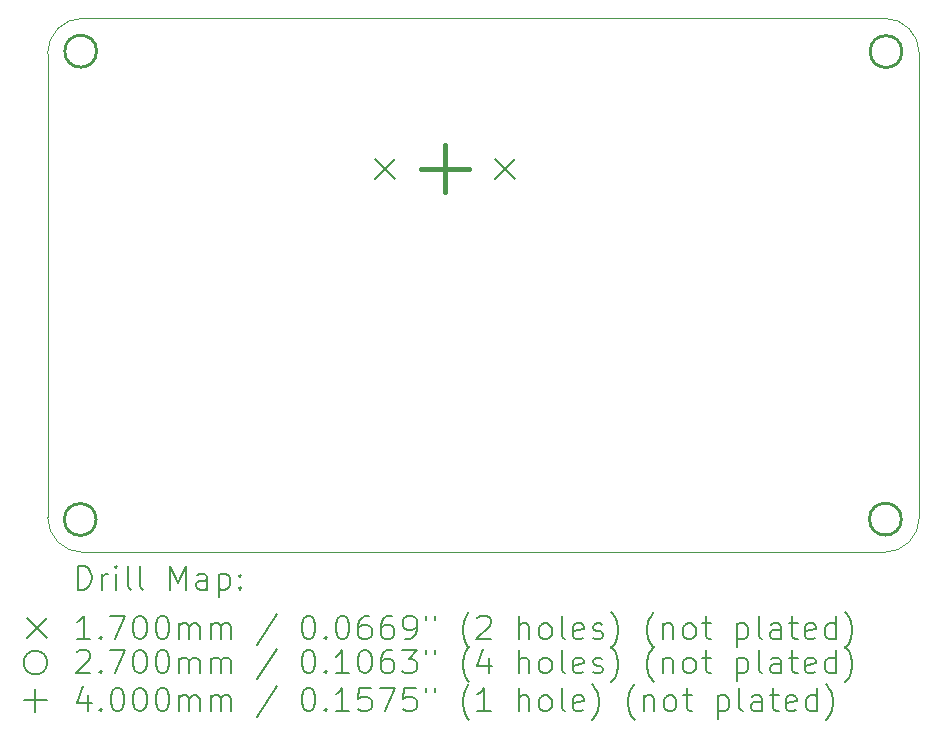
<source format=gbr>
%TF.GenerationSoftware,KiCad,Pcbnew,9.0.2*%
%TF.CreationDate,2025-07-02T04:02:19-04:00*%
%TF.ProjectId,PassPad_KiCAD,50617373-5061-4645-9f4b-694341442e6b,rev?*%
%TF.SameCoordinates,Original*%
%TF.FileFunction,Drillmap*%
%TF.FilePolarity,Positive*%
%FSLAX45Y45*%
G04 Gerber Fmt 4.5, Leading zero omitted, Abs format (unit mm)*
G04 Created by KiCad (PCBNEW 9.0.2) date 2025-07-02 04:02:19*
%MOMM*%
%LPD*%
G01*
G04 APERTURE LIST*
%ADD10C,0.050000*%
%ADD11C,0.200000*%
%ADD12C,0.170000*%
%ADD13C,0.270000*%
%ADD14C,0.400000*%
G04 APERTURE END LIST*
D10*
X9525000Y-7205625D02*
G75*
G02*
X9825000Y-6905620I300010J-5D01*
G01*
X9825000Y-11430000D02*
G75*
G02*
X9525000Y-11130000I0J300000D01*
G01*
X16906875Y-7205625D02*
X16906875Y-11130000D01*
X16606875Y-11430000D02*
X9825000Y-11430000D01*
X16606875Y-6905625D02*
G75*
G02*
X16906875Y-7205625I-5J-300005D01*
G01*
X9825000Y-6905625D02*
X16606875Y-6905625D01*
X9525000Y-11130000D02*
X9525000Y-7205625D01*
X16906875Y-11130000D02*
G75*
G02*
X16606875Y-11430005I-300005J0D01*
G01*
D11*
D12*
X12297345Y-8097103D02*
X12467345Y-8267103D01*
X12467345Y-8097103D02*
X12297345Y-8267103D01*
X13313345Y-8097103D02*
X13483345Y-8267103D01*
X13483345Y-8097103D02*
X13313345Y-8267103D01*
D13*
X9936765Y-11150721D02*
G75*
G02*
X9666765Y-11150721I-135000J0D01*
G01*
X9666765Y-11150721D02*
G75*
G02*
X9936765Y-11150721I135000J0D01*
G01*
X9940683Y-7185855D02*
G75*
G02*
X9670683Y-7185855I-135000J0D01*
G01*
X9670683Y-7185855D02*
G75*
G02*
X9940683Y-7185855I135000J0D01*
G01*
X16753686Y-11147577D02*
G75*
G02*
X16483686Y-11147577I-135000J0D01*
G01*
X16483686Y-11147577D02*
G75*
G02*
X16753686Y-11147577I135000J0D01*
G01*
X16759155Y-7188947D02*
G75*
G02*
X16489155Y-7188947I-135000J0D01*
G01*
X16489155Y-7188947D02*
G75*
G02*
X16759155Y-7188947I135000J0D01*
G01*
D14*
X12890345Y-7982103D02*
X12890345Y-8382103D01*
X12690345Y-8182103D02*
X13090345Y-8182103D01*
D11*
X9783277Y-11743984D02*
X9783277Y-11543984D01*
X9783277Y-11543984D02*
X9830896Y-11543984D01*
X9830896Y-11543984D02*
X9859467Y-11553508D01*
X9859467Y-11553508D02*
X9878515Y-11572555D01*
X9878515Y-11572555D02*
X9888039Y-11591603D01*
X9888039Y-11591603D02*
X9897563Y-11629698D01*
X9897563Y-11629698D02*
X9897563Y-11658269D01*
X9897563Y-11658269D02*
X9888039Y-11696365D01*
X9888039Y-11696365D02*
X9878515Y-11715412D01*
X9878515Y-11715412D02*
X9859467Y-11734460D01*
X9859467Y-11734460D02*
X9830896Y-11743984D01*
X9830896Y-11743984D02*
X9783277Y-11743984D01*
X9983277Y-11743984D02*
X9983277Y-11610650D01*
X9983277Y-11648746D02*
X9992801Y-11629698D01*
X9992801Y-11629698D02*
X10002324Y-11620174D01*
X10002324Y-11620174D02*
X10021372Y-11610650D01*
X10021372Y-11610650D02*
X10040420Y-11610650D01*
X10107086Y-11743984D02*
X10107086Y-11610650D01*
X10107086Y-11543984D02*
X10097563Y-11553508D01*
X10097563Y-11553508D02*
X10107086Y-11563031D01*
X10107086Y-11563031D02*
X10116610Y-11553508D01*
X10116610Y-11553508D02*
X10107086Y-11543984D01*
X10107086Y-11543984D02*
X10107086Y-11563031D01*
X10230896Y-11743984D02*
X10211848Y-11734460D01*
X10211848Y-11734460D02*
X10202324Y-11715412D01*
X10202324Y-11715412D02*
X10202324Y-11543984D01*
X10335658Y-11743984D02*
X10316610Y-11734460D01*
X10316610Y-11734460D02*
X10307086Y-11715412D01*
X10307086Y-11715412D02*
X10307086Y-11543984D01*
X10564229Y-11743984D02*
X10564229Y-11543984D01*
X10564229Y-11543984D02*
X10630896Y-11686841D01*
X10630896Y-11686841D02*
X10697563Y-11543984D01*
X10697563Y-11543984D02*
X10697563Y-11743984D01*
X10878515Y-11743984D02*
X10878515Y-11639222D01*
X10878515Y-11639222D02*
X10868991Y-11620174D01*
X10868991Y-11620174D02*
X10849944Y-11610650D01*
X10849944Y-11610650D02*
X10811848Y-11610650D01*
X10811848Y-11610650D02*
X10792801Y-11620174D01*
X10878515Y-11734460D02*
X10859467Y-11743984D01*
X10859467Y-11743984D02*
X10811848Y-11743984D01*
X10811848Y-11743984D02*
X10792801Y-11734460D01*
X10792801Y-11734460D02*
X10783277Y-11715412D01*
X10783277Y-11715412D02*
X10783277Y-11696365D01*
X10783277Y-11696365D02*
X10792801Y-11677317D01*
X10792801Y-11677317D02*
X10811848Y-11667793D01*
X10811848Y-11667793D02*
X10859467Y-11667793D01*
X10859467Y-11667793D02*
X10878515Y-11658269D01*
X10973753Y-11610650D02*
X10973753Y-11810650D01*
X10973753Y-11620174D02*
X10992801Y-11610650D01*
X10992801Y-11610650D02*
X11030896Y-11610650D01*
X11030896Y-11610650D02*
X11049944Y-11620174D01*
X11049944Y-11620174D02*
X11059467Y-11629698D01*
X11059467Y-11629698D02*
X11068991Y-11648746D01*
X11068991Y-11648746D02*
X11068991Y-11705888D01*
X11068991Y-11705888D02*
X11059467Y-11724936D01*
X11059467Y-11724936D02*
X11049944Y-11734460D01*
X11049944Y-11734460D02*
X11030896Y-11743984D01*
X11030896Y-11743984D02*
X10992801Y-11743984D01*
X10992801Y-11743984D02*
X10973753Y-11734460D01*
X11154705Y-11724936D02*
X11164229Y-11734460D01*
X11164229Y-11734460D02*
X11154705Y-11743984D01*
X11154705Y-11743984D02*
X11145182Y-11734460D01*
X11145182Y-11734460D02*
X11154705Y-11724936D01*
X11154705Y-11724936D02*
X11154705Y-11743984D01*
X11154705Y-11620174D02*
X11164229Y-11629698D01*
X11164229Y-11629698D02*
X11154705Y-11639222D01*
X11154705Y-11639222D02*
X11145182Y-11629698D01*
X11145182Y-11629698D02*
X11154705Y-11620174D01*
X11154705Y-11620174D02*
X11154705Y-11639222D01*
D12*
X9352500Y-11987500D02*
X9522500Y-12157500D01*
X9522500Y-11987500D02*
X9352500Y-12157500D01*
D11*
X9888039Y-12163984D02*
X9773753Y-12163984D01*
X9830896Y-12163984D02*
X9830896Y-11963984D01*
X9830896Y-11963984D02*
X9811848Y-11992555D01*
X9811848Y-11992555D02*
X9792801Y-12011603D01*
X9792801Y-12011603D02*
X9773753Y-12021127D01*
X9973753Y-12144936D02*
X9983277Y-12154460D01*
X9983277Y-12154460D02*
X9973753Y-12163984D01*
X9973753Y-12163984D02*
X9964229Y-12154460D01*
X9964229Y-12154460D02*
X9973753Y-12144936D01*
X9973753Y-12144936D02*
X9973753Y-12163984D01*
X10049944Y-11963984D02*
X10183277Y-11963984D01*
X10183277Y-11963984D02*
X10097563Y-12163984D01*
X10297563Y-11963984D02*
X10316610Y-11963984D01*
X10316610Y-11963984D02*
X10335658Y-11973508D01*
X10335658Y-11973508D02*
X10345182Y-11983031D01*
X10345182Y-11983031D02*
X10354705Y-12002079D01*
X10354705Y-12002079D02*
X10364229Y-12040174D01*
X10364229Y-12040174D02*
X10364229Y-12087793D01*
X10364229Y-12087793D02*
X10354705Y-12125888D01*
X10354705Y-12125888D02*
X10345182Y-12144936D01*
X10345182Y-12144936D02*
X10335658Y-12154460D01*
X10335658Y-12154460D02*
X10316610Y-12163984D01*
X10316610Y-12163984D02*
X10297563Y-12163984D01*
X10297563Y-12163984D02*
X10278515Y-12154460D01*
X10278515Y-12154460D02*
X10268991Y-12144936D01*
X10268991Y-12144936D02*
X10259467Y-12125888D01*
X10259467Y-12125888D02*
X10249944Y-12087793D01*
X10249944Y-12087793D02*
X10249944Y-12040174D01*
X10249944Y-12040174D02*
X10259467Y-12002079D01*
X10259467Y-12002079D02*
X10268991Y-11983031D01*
X10268991Y-11983031D02*
X10278515Y-11973508D01*
X10278515Y-11973508D02*
X10297563Y-11963984D01*
X10488039Y-11963984D02*
X10507086Y-11963984D01*
X10507086Y-11963984D02*
X10526134Y-11973508D01*
X10526134Y-11973508D02*
X10535658Y-11983031D01*
X10535658Y-11983031D02*
X10545182Y-12002079D01*
X10545182Y-12002079D02*
X10554705Y-12040174D01*
X10554705Y-12040174D02*
X10554705Y-12087793D01*
X10554705Y-12087793D02*
X10545182Y-12125888D01*
X10545182Y-12125888D02*
X10535658Y-12144936D01*
X10535658Y-12144936D02*
X10526134Y-12154460D01*
X10526134Y-12154460D02*
X10507086Y-12163984D01*
X10507086Y-12163984D02*
X10488039Y-12163984D01*
X10488039Y-12163984D02*
X10468991Y-12154460D01*
X10468991Y-12154460D02*
X10459467Y-12144936D01*
X10459467Y-12144936D02*
X10449944Y-12125888D01*
X10449944Y-12125888D02*
X10440420Y-12087793D01*
X10440420Y-12087793D02*
X10440420Y-12040174D01*
X10440420Y-12040174D02*
X10449944Y-12002079D01*
X10449944Y-12002079D02*
X10459467Y-11983031D01*
X10459467Y-11983031D02*
X10468991Y-11973508D01*
X10468991Y-11973508D02*
X10488039Y-11963984D01*
X10640420Y-12163984D02*
X10640420Y-12030650D01*
X10640420Y-12049698D02*
X10649944Y-12040174D01*
X10649944Y-12040174D02*
X10668991Y-12030650D01*
X10668991Y-12030650D02*
X10697563Y-12030650D01*
X10697563Y-12030650D02*
X10716610Y-12040174D01*
X10716610Y-12040174D02*
X10726134Y-12059222D01*
X10726134Y-12059222D02*
X10726134Y-12163984D01*
X10726134Y-12059222D02*
X10735658Y-12040174D01*
X10735658Y-12040174D02*
X10754705Y-12030650D01*
X10754705Y-12030650D02*
X10783277Y-12030650D01*
X10783277Y-12030650D02*
X10802325Y-12040174D01*
X10802325Y-12040174D02*
X10811848Y-12059222D01*
X10811848Y-12059222D02*
X10811848Y-12163984D01*
X10907086Y-12163984D02*
X10907086Y-12030650D01*
X10907086Y-12049698D02*
X10916610Y-12040174D01*
X10916610Y-12040174D02*
X10935658Y-12030650D01*
X10935658Y-12030650D02*
X10964229Y-12030650D01*
X10964229Y-12030650D02*
X10983277Y-12040174D01*
X10983277Y-12040174D02*
X10992801Y-12059222D01*
X10992801Y-12059222D02*
X10992801Y-12163984D01*
X10992801Y-12059222D02*
X11002325Y-12040174D01*
X11002325Y-12040174D02*
X11021372Y-12030650D01*
X11021372Y-12030650D02*
X11049944Y-12030650D01*
X11049944Y-12030650D02*
X11068991Y-12040174D01*
X11068991Y-12040174D02*
X11078515Y-12059222D01*
X11078515Y-12059222D02*
X11078515Y-12163984D01*
X11468991Y-11954460D02*
X11297563Y-12211603D01*
X11726134Y-11963984D02*
X11745182Y-11963984D01*
X11745182Y-11963984D02*
X11764229Y-11973508D01*
X11764229Y-11973508D02*
X11773753Y-11983031D01*
X11773753Y-11983031D02*
X11783277Y-12002079D01*
X11783277Y-12002079D02*
X11792801Y-12040174D01*
X11792801Y-12040174D02*
X11792801Y-12087793D01*
X11792801Y-12087793D02*
X11783277Y-12125888D01*
X11783277Y-12125888D02*
X11773753Y-12144936D01*
X11773753Y-12144936D02*
X11764229Y-12154460D01*
X11764229Y-12154460D02*
X11745182Y-12163984D01*
X11745182Y-12163984D02*
X11726134Y-12163984D01*
X11726134Y-12163984D02*
X11707086Y-12154460D01*
X11707086Y-12154460D02*
X11697563Y-12144936D01*
X11697563Y-12144936D02*
X11688039Y-12125888D01*
X11688039Y-12125888D02*
X11678515Y-12087793D01*
X11678515Y-12087793D02*
X11678515Y-12040174D01*
X11678515Y-12040174D02*
X11688039Y-12002079D01*
X11688039Y-12002079D02*
X11697563Y-11983031D01*
X11697563Y-11983031D02*
X11707086Y-11973508D01*
X11707086Y-11973508D02*
X11726134Y-11963984D01*
X11878515Y-12144936D02*
X11888039Y-12154460D01*
X11888039Y-12154460D02*
X11878515Y-12163984D01*
X11878515Y-12163984D02*
X11868991Y-12154460D01*
X11868991Y-12154460D02*
X11878515Y-12144936D01*
X11878515Y-12144936D02*
X11878515Y-12163984D01*
X12011848Y-11963984D02*
X12030896Y-11963984D01*
X12030896Y-11963984D02*
X12049944Y-11973508D01*
X12049944Y-11973508D02*
X12059467Y-11983031D01*
X12059467Y-11983031D02*
X12068991Y-12002079D01*
X12068991Y-12002079D02*
X12078515Y-12040174D01*
X12078515Y-12040174D02*
X12078515Y-12087793D01*
X12078515Y-12087793D02*
X12068991Y-12125888D01*
X12068991Y-12125888D02*
X12059467Y-12144936D01*
X12059467Y-12144936D02*
X12049944Y-12154460D01*
X12049944Y-12154460D02*
X12030896Y-12163984D01*
X12030896Y-12163984D02*
X12011848Y-12163984D01*
X12011848Y-12163984D02*
X11992801Y-12154460D01*
X11992801Y-12154460D02*
X11983277Y-12144936D01*
X11983277Y-12144936D02*
X11973753Y-12125888D01*
X11973753Y-12125888D02*
X11964229Y-12087793D01*
X11964229Y-12087793D02*
X11964229Y-12040174D01*
X11964229Y-12040174D02*
X11973753Y-12002079D01*
X11973753Y-12002079D02*
X11983277Y-11983031D01*
X11983277Y-11983031D02*
X11992801Y-11973508D01*
X11992801Y-11973508D02*
X12011848Y-11963984D01*
X12249944Y-11963984D02*
X12211848Y-11963984D01*
X12211848Y-11963984D02*
X12192801Y-11973508D01*
X12192801Y-11973508D02*
X12183277Y-11983031D01*
X12183277Y-11983031D02*
X12164229Y-12011603D01*
X12164229Y-12011603D02*
X12154706Y-12049698D01*
X12154706Y-12049698D02*
X12154706Y-12125888D01*
X12154706Y-12125888D02*
X12164229Y-12144936D01*
X12164229Y-12144936D02*
X12173753Y-12154460D01*
X12173753Y-12154460D02*
X12192801Y-12163984D01*
X12192801Y-12163984D02*
X12230896Y-12163984D01*
X12230896Y-12163984D02*
X12249944Y-12154460D01*
X12249944Y-12154460D02*
X12259467Y-12144936D01*
X12259467Y-12144936D02*
X12268991Y-12125888D01*
X12268991Y-12125888D02*
X12268991Y-12078269D01*
X12268991Y-12078269D02*
X12259467Y-12059222D01*
X12259467Y-12059222D02*
X12249944Y-12049698D01*
X12249944Y-12049698D02*
X12230896Y-12040174D01*
X12230896Y-12040174D02*
X12192801Y-12040174D01*
X12192801Y-12040174D02*
X12173753Y-12049698D01*
X12173753Y-12049698D02*
X12164229Y-12059222D01*
X12164229Y-12059222D02*
X12154706Y-12078269D01*
X12440420Y-11963984D02*
X12402325Y-11963984D01*
X12402325Y-11963984D02*
X12383277Y-11973508D01*
X12383277Y-11973508D02*
X12373753Y-11983031D01*
X12373753Y-11983031D02*
X12354706Y-12011603D01*
X12354706Y-12011603D02*
X12345182Y-12049698D01*
X12345182Y-12049698D02*
X12345182Y-12125888D01*
X12345182Y-12125888D02*
X12354706Y-12144936D01*
X12354706Y-12144936D02*
X12364229Y-12154460D01*
X12364229Y-12154460D02*
X12383277Y-12163984D01*
X12383277Y-12163984D02*
X12421372Y-12163984D01*
X12421372Y-12163984D02*
X12440420Y-12154460D01*
X12440420Y-12154460D02*
X12449944Y-12144936D01*
X12449944Y-12144936D02*
X12459467Y-12125888D01*
X12459467Y-12125888D02*
X12459467Y-12078269D01*
X12459467Y-12078269D02*
X12449944Y-12059222D01*
X12449944Y-12059222D02*
X12440420Y-12049698D01*
X12440420Y-12049698D02*
X12421372Y-12040174D01*
X12421372Y-12040174D02*
X12383277Y-12040174D01*
X12383277Y-12040174D02*
X12364229Y-12049698D01*
X12364229Y-12049698D02*
X12354706Y-12059222D01*
X12354706Y-12059222D02*
X12345182Y-12078269D01*
X12554706Y-12163984D02*
X12592801Y-12163984D01*
X12592801Y-12163984D02*
X12611848Y-12154460D01*
X12611848Y-12154460D02*
X12621372Y-12144936D01*
X12621372Y-12144936D02*
X12640420Y-12116365D01*
X12640420Y-12116365D02*
X12649944Y-12078269D01*
X12649944Y-12078269D02*
X12649944Y-12002079D01*
X12649944Y-12002079D02*
X12640420Y-11983031D01*
X12640420Y-11983031D02*
X12630896Y-11973508D01*
X12630896Y-11973508D02*
X12611848Y-11963984D01*
X12611848Y-11963984D02*
X12573753Y-11963984D01*
X12573753Y-11963984D02*
X12554706Y-11973508D01*
X12554706Y-11973508D02*
X12545182Y-11983031D01*
X12545182Y-11983031D02*
X12535658Y-12002079D01*
X12535658Y-12002079D02*
X12535658Y-12049698D01*
X12535658Y-12049698D02*
X12545182Y-12068746D01*
X12545182Y-12068746D02*
X12554706Y-12078269D01*
X12554706Y-12078269D02*
X12573753Y-12087793D01*
X12573753Y-12087793D02*
X12611848Y-12087793D01*
X12611848Y-12087793D02*
X12630896Y-12078269D01*
X12630896Y-12078269D02*
X12640420Y-12068746D01*
X12640420Y-12068746D02*
X12649944Y-12049698D01*
X12726134Y-11963984D02*
X12726134Y-12002079D01*
X12802325Y-11963984D02*
X12802325Y-12002079D01*
X13097563Y-12240174D02*
X13088039Y-12230650D01*
X13088039Y-12230650D02*
X13068991Y-12202079D01*
X13068991Y-12202079D02*
X13059468Y-12183031D01*
X13059468Y-12183031D02*
X13049944Y-12154460D01*
X13049944Y-12154460D02*
X13040420Y-12106841D01*
X13040420Y-12106841D02*
X13040420Y-12068746D01*
X13040420Y-12068746D02*
X13049944Y-12021127D01*
X13049944Y-12021127D02*
X13059468Y-11992555D01*
X13059468Y-11992555D02*
X13068991Y-11973508D01*
X13068991Y-11973508D02*
X13088039Y-11944936D01*
X13088039Y-11944936D02*
X13097563Y-11935412D01*
X13164229Y-11983031D02*
X13173753Y-11973508D01*
X13173753Y-11973508D02*
X13192801Y-11963984D01*
X13192801Y-11963984D02*
X13240420Y-11963984D01*
X13240420Y-11963984D02*
X13259468Y-11973508D01*
X13259468Y-11973508D02*
X13268991Y-11983031D01*
X13268991Y-11983031D02*
X13278515Y-12002079D01*
X13278515Y-12002079D02*
X13278515Y-12021127D01*
X13278515Y-12021127D02*
X13268991Y-12049698D01*
X13268991Y-12049698D02*
X13154706Y-12163984D01*
X13154706Y-12163984D02*
X13278515Y-12163984D01*
X13516610Y-12163984D02*
X13516610Y-11963984D01*
X13602325Y-12163984D02*
X13602325Y-12059222D01*
X13602325Y-12059222D02*
X13592801Y-12040174D01*
X13592801Y-12040174D02*
X13573753Y-12030650D01*
X13573753Y-12030650D02*
X13545182Y-12030650D01*
X13545182Y-12030650D02*
X13526134Y-12040174D01*
X13526134Y-12040174D02*
X13516610Y-12049698D01*
X13726134Y-12163984D02*
X13707087Y-12154460D01*
X13707087Y-12154460D02*
X13697563Y-12144936D01*
X13697563Y-12144936D02*
X13688039Y-12125888D01*
X13688039Y-12125888D02*
X13688039Y-12068746D01*
X13688039Y-12068746D02*
X13697563Y-12049698D01*
X13697563Y-12049698D02*
X13707087Y-12040174D01*
X13707087Y-12040174D02*
X13726134Y-12030650D01*
X13726134Y-12030650D02*
X13754706Y-12030650D01*
X13754706Y-12030650D02*
X13773753Y-12040174D01*
X13773753Y-12040174D02*
X13783277Y-12049698D01*
X13783277Y-12049698D02*
X13792801Y-12068746D01*
X13792801Y-12068746D02*
X13792801Y-12125888D01*
X13792801Y-12125888D02*
X13783277Y-12144936D01*
X13783277Y-12144936D02*
X13773753Y-12154460D01*
X13773753Y-12154460D02*
X13754706Y-12163984D01*
X13754706Y-12163984D02*
X13726134Y-12163984D01*
X13907087Y-12163984D02*
X13888039Y-12154460D01*
X13888039Y-12154460D02*
X13878515Y-12135412D01*
X13878515Y-12135412D02*
X13878515Y-11963984D01*
X14059468Y-12154460D02*
X14040420Y-12163984D01*
X14040420Y-12163984D02*
X14002325Y-12163984D01*
X14002325Y-12163984D02*
X13983277Y-12154460D01*
X13983277Y-12154460D02*
X13973753Y-12135412D01*
X13973753Y-12135412D02*
X13973753Y-12059222D01*
X13973753Y-12059222D02*
X13983277Y-12040174D01*
X13983277Y-12040174D02*
X14002325Y-12030650D01*
X14002325Y-12030650D02*
X14040420Y-12030650D01*
X14040420Y-12030650D02*
X14059468Y-12040174D01*
X14059468Y-12040174D02*
X14068991Y-12059222D01*
X14068991Y-12059222D02*
X14068991Y-12078269D01*
X14068991Y-12078269D02*
X13973753Y-12097317D01*
X14145182Y-12154460D02*
X14164230Y-12163984D01*
X14164230Y-12163984D02*
X14202325Y-12163984D01*
X14202325Y-12163984D02*
X14221372Y-12154460D01*
X14221372Y-12154460D02*
X14230896Y-12135412D01*
X14230896Y-12135412D02*
X14230896Y-12125888D01*
X14230896Y-12125888D02*
X14221372Y-12106841D01*
X14221372Y-12106841D02*
X14202325Y-12097317D01*
X14202325Y-12097317D02*
X14173753Y-12097317D01*
X14173753Y-12097317D02*
X14154706Y-12087793D01*
X14154706Y-12087793D02*
X14145182Y-12068746D01*
X14145182Y-12068746D02*
X14145182Y-12059222D01*
X14145182Y-12059222D02*
X14154706Y-12040174D01*
X14154706Y-12040174D02*
X14173753Y-12030650D01*
X14173753Y-12030650D02*
X14202325Y-12030650D01*
X14202325Y-12030650D02*
X14221372Y-12040174D01*
X14297563Y-12240174D02*
X14307087Y-12230650D01*
X14307087Y-12230650D02*
X14326134Y-12202079D01*
X14326134Y-12202079D02*
X14335658Y-12183031D01*
X14335658Y-12183031D02*
X14345182Y-12154460D01*
X14345182Y-12154460D02*
X14354706Y-12106841D01*
X14354706Y-12106841D02*
X14354706Y-12068746D01*
X14354706Y-12068746D02*
X14345182Y-12021127D01*
X14345182Y-12021127D02*
X14335658Y-11992555D01*
X14335658Y-11992555D02*
X14326134Y-11973508D01*
X14326134Y-11973508D02*
X14307087Y-11944936D01*
X14307087Y-11944936D02*
X14297563Y-11935412D01*
X14659468Y-12240174D02*
X14649944Y-12230650D01*
X14649944Y-12230650D02*
X14630896Y-12202079D01*
X14630896Y-12202079D02*
X14621372Y-12183031D01*
X14621372Y-12183031D02*
X14611849Y-12154460D01*
X14611849Y-12154460D02*
X14602325Y-12106841D01*
X14602325Y-12106841D02*
X14602325Y-12068746D01*
X14602325Y-12068746D02*
X14611849Y-12021127D01*
X14611849Y-12021127D02*
X14621372Y-11992555D01*
X14621372Y-11992555D02*
X14630896Y-11973508D01*
X14630896Y-11973508D02*
X14649944Y-11944936D01*
X14649944Y-11944936D02*
X14659468Y-11935412D01*
X14735658Y-12030650D02*
X14735658Y-12163984D01*
X14735658Y-12049698D02*
X14745182Y-12040174D01*
X14745182Y-12040174D02*
X14764230Y-12030650D01*
X14764230Y-12030650D02*
X14792801Y-12030650D01*
X14792801Y-12030650D02*
X14811849Y-12040174D01*
X14811849Y-12040174D02*
X14821372Y-12059222D01*
X14821372Y-12059222D02*
X14821372Y-12163984D01*
X14945182Y-12163984D02*
X14926134Y-12154460D01*
X14926134Y-12154460D02*
X14916611Y-12144936D01*
X14916611Y-12144936D02*
X14907087Y-12125888D01*
X14907087Y-12125888D02*
X14907087Y-12068746D01*
X14907087Y-12068746D02*
X14916611Y-12049698D01*
X14916611Y-12049698D02*
X14926134Y-12040174D01*
X14926134Y-12040174D02*
X14945182Y-12030650D01*
X14945182Y-12030650D02*
X14973753Y-12030650D01*
X14973753Y-12030650D02*
X14992801Y-12040174D01*
X14992801Y-12040174D02*
X15002325Y-12049698D01*
X15002325Y-12049698D02*
X15011849Y-12068746D01*
X15011849Y-12068746D02*
X15011849Y-12125888D01*
X15011849Y-12125888D02*
X15002325Y-12144936D01*
X15002325Y-12144936D02*
X14992801Y-12154460D01*
X14992801Y-12154460D02*
X14973753Y-12163984D01*
X14973753Y-12163984D02*
X14945182Y-12163984D01*
X15068992Y-12030650D02*
X15145182Y-12030650D01*
X15097563Y-11963984D02*
X15097563Y-12135412D01*
X15097563Y-12135412D02*
X15107087Y-12154460D01*
X15107087Y-12154460D02*
X15126134Y-12163984D01*
X15126134Y-12163984D02*
X15145182Y-12163984D01*
X15364230Y-12030650D02*
X15364230Y-12230650D01*
X15364230Y-12040174D02*
X15383277Y-12030650D01*
X15383277Y-12030650D02*
X15421373Y-12030650D01*
X15421373Y-12030650D02*
X15440420Y-12040174D01*
X15440420Y-12040174D02*
X15449944Y-12049698D01*
X15449944Y-12049698D02*
X15459468Y-12068746D01*
X15459468Y-12068746D02*
X15459468Y-12125888D01*
X15459468Y-12125888D02*
X15449944Y-12144936D01*
X15449944Y-12144936D02*
X15440420Y-12154460D01*
X15440420Y-12154460D02*
X15421373Y-12163984D01*
X15421373Y-12163984D02*
X15383277Y-12163984D01*
X15383277Y-12163984D02*
X15364230Y-12154460D01*
X15573753Y-12163984D02*
X15554706Y-12154460D01*
X15554706Y-12154460D02*
X15545182Y-12135412D01*
X15545182Y-12135412D02*
X15545182Y-11963984D01*
X15735658Y-12163984D02*
X15735658Y-12059222D01*
X15735658Y-12059222D02*
X15726134Y-12040174D01*
X15726134Y-12040174D02*
X15707087Y-12030650D01*
X15707087Y-12030650D02*
X15668992Y-12030650D01*
X15668992Y-12030650D02*
X15649944Y-12040174D01*
X15735658Y-12154460D02*
X15716611Y-12163984D01*
X15716611Y-12163984D02*
X15668992Y-12163984D01*
X15668992Y-12163984D02*
X15649944Y-12154460D01*
X15649944Y-12154460D02*
X15640420Y-12135412D01*
X15640420Y-12135412D02*
X15640420Y-12116365D01*
X15640420Y-12116365D02*
X15649944Y-12097317D01*
X15649944Y-12097317D02*
X15668992Y-12087793D01*
X15668992Y-12087793D02*
X15716611Y-12087793D01*
X15716611Y-12087793D02*
X15735658Y-12078269D01*
X15802325Y-12030650D02*
X15878515Y-12030650D01*
X15830896Y-11963984D02*
X15830896Y-12135412D01*
X15830896Y-12135412D02*
X15840420Y-12154460D01*
X15840420Y-12154460D02*
X15859468Y-12163984D01*
X15859468Y-12163984D02*
X15878515Y-12163984D01*
X16021373Y-12154460D02*
X16002325Y-12163984D01*
X16002325Y-12163984D02*
X15964230Y-12163984D01*
X15964230Y-12163984D02*
X15945182Y-12154460D01*
X15945182Y-12154460D02*
X15935658Y-12135412D01*
X15935658Y-12135412D02*
X15935658Y-12059222D01*
X15935658Y-12059222D02*
X15945182Y-12040174D01*
X15945182Y-12040174D02*
X15964230Y-12030650D01*
X15964230Y-12030650D02*
X16002325Y-12030650D01*
X16002325Y-12030650D02*
X16021373Y-12040174D01*
X16021373Y-12040174D02*
X16030896Y-12059222D01*
X16030896Y-12059222D02*
X16030896Y-12078269D01*
X16030896Y-12078269D02*
X15935658Y-12097317D01*
X16202325Y-12163984D02*
X16202325Y-11963984D01*
X16202325Y-12154460D02*
X16183277Y-12163984D01*
X16183277Y-12163984D02*
X16145182Y-12163984D01*
X16145182Y-12163984D02*
X16126134Y-12154460D01*
X16126134Y-12154460D02*
X16116611Y-12144936D01*
X16116611Y-12144936D02*
X16107087Y-12125888D01*
X16107087Y-12125888D02*
X16107087Y-12068746D01*
X16107087Y-12068746D02*
X16116611Y-12049698D01*
X16116611Y-12049698D02*
X16126134Y-12040174D01*
X16126134Y-12040174D02*
X16145182Y-12030650D01*
X16145182Y-12030650D02*
X16183277Y-12030650D01*
X16183277Y-12030650D02*
X16202325Y-12040174D01*
X16278515Y-12240174D02*
X16288039Y-12230650D01*
X16288039Y-12230650D02*
X16307087Y-12202079D01*
X16307087Y-12202079D02*
X16316611Y-12183031D01*
X16316611Y-12183031D02*
X16326134Y-12154460D01*
X16326134Y-12154460D02*
X16335658Y-12106841D01*
X16335658Y-12106841D02*
X16335658Y-12068746D01*
X16335658Y-12068746D02*
X16326134Y-12021127D01*
X16326134Y-12021127D02*
X16316611Y-11992555D01*
X16316611Y-11992555D02*
X16307087Y-11973508D01*
X16307087Y-11973508D02*
X16288039Y-11944936D01*
X16288039Y-11944936D02*
X16278515Y-11935412D01*
X9522500Y-12362500D02*
G75*
G02*
X9322500Y-12362500I-100000J0D01*
G01*
X9322500Y-12362500D02*
G75*
G02*
X9522500Y-12362500I100000J0D01*
G01*
X9773753Y-12273031D02*
X9783277Y-12263508D01*
X9783277Y-12263508D02*
X9802324Y-12253984D01*
X9802324Y-12253984D02*
X9849944Y-12253984D01*
X9849944Y-12253984D02*
X9868991Y-12263508D01*
X9868991Y-12263508D02*
X9878515Y-12273031D01*
X9878515Y-12273031D02*
X9888039Y-12292079D01*
X9888039Y-12292079D02*
X9888039Y-12311127D01*
X9888039Y-12311127D02*
X9878515Y-12339698D01*
X9878515Y-12339698D02*
X9764229Y-12453984D01*
X9764229Y-12453984D02*
X9888039Y-12453984D01*
X9973753Y-12434936D02*
X9983277Y-12444460D01*
X9983277Y-12444460D02*
X9973753Y-12453984D01*
X9973753Y-12453984D02*
X9964229Y-12444460D01*
X9964229Y-12444460D02*
X9973753Y-12434936D01*
X9973753Y-12434936D02*
X9973753Y-12453984D01*
X10049944Y-12253984D02*
X10183277Y-12253984D01*
X10183277Y-12253984D02*
X10097563Y-12453984D01*
X10297563Y-12253984D02*
X10316610Y-12253984D01*
X10316610Y-12253984D02*
X10335658Y-12263508D01*
X10335658Y-12263508D02*
X10345182Y-12273031D01*
X10345182Y-12273031D02*
X10354705Y-12292079D01*
X10354705Y-12292079D02*
X10364229Y-12330174D01*
X10364229Y-12330174D02*
X10364229Y-12377793D01*
X10364229Y-12377793D02*
X10354705Y-12415888D01*
X10354705Y-12415888D02*
X10345182Y-12434936D01*
X10345182Y-12434936D02*
X10335658Y-12444460D01*
X10335658Y-12444460D02*
X10316610Y-12453984D01*
X10316610Y-12453984D02*
X10297563Y-12453984D01*
X10297563Y-12453984D02*
X10278515Y-12444460D01*
X10278515Y-12444460D02*
X10268991Y-12434936D01*
X10268991Y-12434936D02*
X10259467Y-12415888D01*
X10259467Y-12415888D02*
X10249944Y-12377793D01*
X10249944Y-12377793D02*
X10249944Y-12330174D01*
X10249944Y-12330174D02*
X10259467Y-12292079D01*
X10259467Y-12292079D02*
X10268991Y-12273031D01*
X10268991Y-12273031D02*
X10278515Y-12263508D01*
X10278515Y-12263508D02*
X10297563Y-12253984D01*
X10488039Y-12253984D02*
X10507086Y-12253984D01*
X10507086Y-12253984D02*
X10526134Y-12263508D01*
X10526134Y-12263508D02*
X10535658Y-12273031D01*
X10535658Y-12273031D02*
X10545182Y-12292079D01*
X10545182Y-12292079D02*
X10554705Y-12330174D01*
X10554705Y-12330174D02*
X10554705Y-12377793D01*
X10554705Y-12377793D02*
X10545182Y-12415888D01*
X10545182Y-12415888D02*
X10535658Y-12434936D01*
X10535658Y-12434936D02*
X10526134Y-12444460D01*
X10526134Y-12444460D02*
X10507086Y-12453984D01*
X10507086Y-12453984D02*
X10488039Y-12453984D01*
X10488039Y-12453984D02*
X10468991Y-12444460D01*
X10468991Y-12444460D02*
X10459467Y-12434936D01*
X10459467Y-12434936D02*
X10449944Y-12415888D01*
X10449944Y-12415888D02*
X10440420Y-12377793D01*
X10440420Y-12377793D02*
X10440420Y-12330174D01*
X10440420Y-12330174D02*
X10449944Y-12292079D01*
X10449944Y-12292079D02*
X10459467Y-12273031D01*
X10459467Y-12273031D02*
X10468991Y-12263508D01*
X10468991Y-12263508D02*
X10488039Y-12253984D01*
X10640420Y-12453984D02*
X10640420Y-12320650D01*
X10640420Y-12339698D02*
X10649944Y-12330174D01*
X10649944Y-12330174D02*
X10668991Y-12320650D01*
X10668991Y-12320650D02*
X10697563Y-12320650D01*
X10697563Y-12320650D02*
X10716610Y-12330174D01*
X10716610Y-12330174D02*
X10726134Y-12349222D01*
X10726134Y-12349222D02*
X10726134Y-12453984D01*
X10726134Y-12349222D02*
X10735658Y-12330174D01*
X10735658Y-12330174D02*
X10754705Y-12320650D01*
X10754705Y-12320650D02*
X10783277Y-12320650D01*
X10783277Y-12320650D02*
X10802325Y-12330174D01*
X10802325Y-12330174D02*
X10811848Y-12349222D01*
X10811848Y-12349222D02*
X10811848Y-12453984D01*
X10907086Y-12453984D02*
X10907086Y-12320650D01*
X10907086Y-12339698D02*
X10916610Y-12330174D01*
X10916610Y-12330174D02*
X10935658Y-12320650D01*
X10935658Y-12320650D02*
X10964229Y-12320650D01*
X10964229Y-12320650D02*
X10983277Y-12330174D01*
X10983277Y-12330174D02*
X10992801Y-12349222D01*
X10992801Y-12349222D02*
X10992801Y-12453984D01*
X10992801Y-12349222D02*
X11002325Y-12330174D01*
X11002325Y-12330174D02*
X11021372Y-12320650D01*
X11021372Y-12320650D02*
X11049944Y-12320650D01*
X11049944Y-12320650D02*
X11068991Y-12330174D01*
X11068991Y-12330174D02*
X11078515Y-12349222D01*
X11078515Y-12349222D02*
X11078515Y-12453984D01*
X11468991Y-12244460D02*
X11297563Y-12501603D01*
X11726134Y-12253984D02*
X11745182Y-12253984D01*
X11745182Y-12253984D02*
X11764229Y-12263508D01*
X11764229Y-12263508D02*
X11773753Y-12273031D01*
X11773753Y-12273031D02*
X11783277Y-12292079D01*
X11783277Y-12292079D02*
X11792801Y-12330174D01*
X11792801Y-12330174D02*
X11792801Y-12377793D01*
X11792801Y-12377793D02*
X11783277Y-12415888D01*
X11783277Y-12415888D02*
X11773753Y-12434936D01*
X11773753Y-12434936D02*
X11764229Y-12444460D01*
X11764229Y-12444460D02*
X11745182Y-12453984D01*
X11745182Y-12453984D02*
X11726134Y-12453984D01*
X11726134Y-12453984D02*
X11707086Y-12444460D01*
X11707086Y-12444460D02*
X11697563Y-12434936D01*
X11697563Y-12434936D02*
X11688039Y-12415888D01*
X11688039Y-12415888D02*
X11678515Y-12377793D01*
X11678515Y-12377793D02*
X11678515Y-12330174D01*
X11678515Y-12330174D02*
X11688039Y-12292079D01*
X11688039Y-12292079D02*
X11697563Y-12273031D01*
X11697563Y-12273031D02*
X11707086Y-12263508D01*
X11707086Y-12263508D02*
X11726134Y-12253984D01*
X11878515Y-12434936D02*
X11888039Y-12444460D01*
X11888039Y-12444460D02*
X11878515Y-12453984D01*
X11878515Y-12453984D02*
X11868991Y-12444460D01*
X11868991Y-12444460D02*
X11878515Y-12434936D01*
X11878515Y-12434936D02*
X11878515Y-12453984D01*
X12078515Y-12453984D02*
X11964229Y-12453984D01*
X12021372Y-12453984D02*
X12021372Y-12253984D01*
X12021372Y-12253984D02*
X12002325Y-12282555D01*
X12002325Y-12282555D02*
X11983277Y-12301603D01*
X11983277Y-12301603D02*
X11964229Y-12311127D01*
X12202325Y-12253984D02*
X12221372Y-12253984D01*
X12221372Y-12253984D02*
X12240420Y-12263508D01*
X12240420Y-12263508D02*
X12249944Y-12273031D01*
X12249944Y-12273031D02*
X12259467Y-12292079D01*
X12259467Y-12292079D02*
X12268991Y-12330174D01*
X12268991Y-12330174D02*
X12268991Y-12377793D01*
X12268991Y-12377793D02*
X12259467Y-12415888D01*
X12259467Y-12415888D02*
X12249944Y-12434936D01*
X12249944Y-12434936D02*
X12240420Y-12444460D01*
X12240420Y-12444460D02*
X12221372Y-12453984D01*
X12221372Y-12453984D02*
X12202325Y-12453984D01*
X12202325Y-12453984D02*
X12183277Y-12444460D01*
X12183277Y-12444460D02*
X12173753Y-12434936D01*
X12173753Y-12434936D02*
X12164229Y-12415888D01*
X12164229Y-12415888D02*
X12154706Y-12377793D01*
X12154706Y-12377793D02*
X12154706Y-12330174D01*
X12154706Y-12330174D02*
X12164229Y-12292079D01*
X12164229Y-12292079D02*
X12173753Y-12273031D01*
X12173753Y-12273031D02*
X12183277Y-12263508D01*
X12183277Y-12263508D02*
X12202325Y-12253984D01*
X12440420Y-12253984D02*
X12402325Y-12253984D01*
X12402325Y-12253984D02*
X12383277Y-12263508D01*
X12383277Y-12263508D02*
X12373753Y-12273031D01*
X12373753Y-12273031D02*
X12354706Y-12301603D01*
X12354706Y-12301603D02*
X12345182Y-12339698D01*
X12345182Y-12339698D02*
X12345182Y-12415888D01*
X12345182Y-12415888D02*
X12354706Y-12434936D01*
X12354706Y-12434936D02*
X12364229Y-12444460D01*
X12364229Y-12444460D02*
X12383277Y-12453984D01*
X12383277Y-12453984D02*
X12421372Y-12453984D01*
X12421372Y-12453984D02*
X12440420Y-12444460D01*
X12440420Y-12444460D02*
X12449944Y-12434936D01*
X12449944Y-12434936D02*
X12459467Y-12415888D01*
X12459467Y-12415888D02*
X12459467Y-12368269D01*
X12459467Y-12368269D02*
X12449944Y-12349222D01*
X12449944Y-12349222D02*
X12440420Y-12339698D01*
X12440420Y-12339698D02*
X12421372Y-12330174D01*
X12421372Y-12330174D02*
X12383277Y-12330174D01*
X12383277Y-12330174D02*
X12364229Y-12339698D01*
X12364229Y-12339698D02*
X12354706Y-12349222D01*
X12354706Y-12349222D02*
X12345182Y-12368269D01*
X12526134Y-12253984D02*
X12649944Y-12253984D01*
X12649944Y-12253984D02*
X12583277Y-12330174D01*
X12583277Y-12330174D02*
X12611848Y-12330174D01*
X12611848Y-12330174D02*
X12630896Y-12339698D01*
X12630896Y-12339698D02*
X12640420Y-12349222D01*
X12640420Y-12349222D02*
X12649944Y-12368269D01*
X12649944Y-12368269D02*
X12649944Y-12415888D01*
X12649944Y-12415888D02*
X12640420Y-12434936D01*
X12640420Y-12434936D02*
X12630896Y-12444460D01*
X12630896Y-12444460D02*
X12611848Y-12453984D01*
X12611848Y-12453984D02*
X12554706Y-12453984D01*
X12554706Y-12453984D02*
X12535658Y-12444460D01*
X12535658Y-12444460D02*
X12526134Y-12434936D01*
X12726134Y-12253984D02*
X12726134Y-12292079D01*
X12802325Y-12253984D02*
X12802325Y-12292079D01*
X13097563Y-12530174D02*
X13088039Y-12520650D01*
X13088039Y-12520650D02*
X13068991Y-12492079D01*
X13068991Y-12492079D02*
X13059468Y-12473031D01*
X13059468Y-12473031D02*
X13049944Y-12444460D01*
X13049944Y-12444460D02*
X13040420Y-12396841D01*
X13040420Y-12396841D02*
X13040420Y-12358746D01*
X13040420Y-12358746D02*
X13049944Y-12311127D01*
X13049944Y-12311127D02*
X13059468Y-12282555D01*
X13059468Y-12282555D02*
X13068991Y-12263508D01*
X13068991Y-12263508D02*
X13088039Y-12234936D01*
X13088039Y-12234936D02*
X13097563Y-12225412D01*
X13259468Y-12320650D02*
X13259468Y-12453984D01*
X13211848Y-12244460D02*
X13164229Y-12387317D01*
X13164229Y-12387317D02*
X13288039Y-12387317D01*
X13516610Y-12453984D02*
X13516610Y-12253984D01*
X13602325Y-12453984D02*
X13602325Y-12349222D01*
X13602325Y-12349222D02*
X13592801Y-12330174D01*
X13592801Y-12330174D02*
X13573753Y-12320650D01*
X13573753Y-12320650D02*
X13545182Y-12320650D01*
X13545182Y-12320650D02*
X13526134Y-12330174D01*
X13526134Y-12330174D02*
X13516610Y-12339698D01*
X13726134Y-12453984D02*
X13707087Y-12444460D01*
X13707087Y-12444460D02*
X13697563Y-12434936D01*
X13697563Y-12434936D02*
X13688039Y-12415888D01*
X13688039Y-12415888D02*
X13688039Y-12358746D01*
X13688039Y-12358746D02*
X13697563Y-12339698D01*
X13697563Y-12339698D02*
X13707087Y-12330174D01*
X13707087Y-12330174D02*
X13726134Y-12320650D01*
X13726134Y-12320650D02*
X13754706Y-12320650D01*
X13754706Y-12320650D02*
X13773753Y-12330174D01*
X13773753Y-12330174D02*
X13783277Y-12339698D01*
X13783277Y-12339698D02*
X13792801Y-12358746D01*
X13792801Y-12358746D02*
X13792801Y-12415888D01*
X13792801Y-12415888D02*
X13783277Y-12434936D01*
X13783277Y-12434936D02*
X13773753Y-12444460D01*
X13773753Y-12444460D02*
X13754706Y-12453984D01*
X13754706Y-12453984D02*
X13726134Y-12453984D01*
X13907087Y-12453984D02*
X13888039Y-12444460D01*
X13888039Y-12444460D02*
X13878515Y-12425412D01*
X13878515Y-12425412D02*
X13878515Y-12253984D01*
X14059468Y-12444460D02*
X14040420Y-12453984D01*
X14040420Y-12453984D02*
X14002325Y-12453984D01*
X14002325Y-12453984D02*
X13983277Y-12444460D01*
X13983277Y-12444460D02*
X13973753Y-12425412D01*
X13973753Y-12425412D02*
X13973753Y-12349222D01*
X13973753Y-12349222D02*
X13983277Y-12330174D01*
X13983277Y-12330174D02*
X14002325Y-12320650D01*
X14002325Y-12320650D02*
X14040420Y-12320650D01*
X14040420Y-12320650D02*
X14059468Y-12330174D01*
X14059468Y-12330174D02*
X14068991Y-12349222D01*
X14068991Y-12349222D02*
X14068991Y-12368269D01*
X14068991Y-12368269D02*
X13973753Y-12387317D01*
X14145182Y-12444460D02*
X14164230Y-12453984D01*
X14164230Y-12453984D02*
X14202325Y-12453984D01*
X14202325Y-12453984D02*
X14221372Y-12444460D01*
X14221372Y-12444460D02*
X14230896Y-12425412D01*
X14230896Y-12425412D02*
X14230896Y-12415888D01*
X14230896Y-12415888D02*
X14221372Y-12396841D01*
X14221372Y-12396841D02*
X14202325Y-12387317D01*
X14202325Y-12387317D02*
X14173753Y-12387317D01*
X14173753Y-12387317D02*
X14154706Y-12377793D01*
X14154706Y-12377793D02*
X14145182Y-12358746D01*
X14145182Y-12358746D02*
X14145182Y-12349222D01*
X14145182Y-12349222D02*
X14154706Y-12330174D01*
X14154706Y-12330174D02*
X14173753Y-12320650D01*
X14173753Y-12320650D02*
X14202325Y-12320650D01*
X14202325Y-12320650D02*
X14221372Y-12330174D01*
X14297563Y-12530174D02*
X14307087Y-12520650D01*
X14307087Y-12520650D02*
X14326134Y-12492079D01*
X14326134Y-12492079D02*
X14335658Y-12473031D01*
X14335658Y-12473031D02*
X14345182Y-12444460D01*
X14345182Y-12444460D02*
X14354706Y-12396841D01*
X14354706Y-12396841D02*
X14354706Y-12358746D01*
X14354706Y-12358746D02*
X14345182Y-12311127D01*
X14345182Y-12311127D02*
X14335658Y-12282555D01*
X14335658Y-12282555D02*
X14326134Y-12263508D01*
X14326134Y-12263508D02*
X14307087Y-12234936D01*
X14307087Y-12234936D02*
X14297563Y-12225412D01*
X14659468Y-12530174D02*
X14649944Y-12520650D01*
X14649944Y-12520650D02*
X14630896Y-12492079D01*
X14630896Y-12492079D02*
X14621372Y-12473031D01*
X14621372Y-12473031D02*
X14611849Y-12444460D01*
X14611849Y-12444460D02*
X14602325Y-12396841D01*
X14602325Y-12396841D02*
X14602325Y-12358746D01*
X14602325Y-12358746D02*
X14611849Y-12311127D01*
X14611849Y-12311127D02*
X14621372Y-12282555D01*
X14621372Y-12282555D02*
X14630896Y-12263508D01*
X14630896Y-12263508D02*
X14649944Y-12234936D01*
X14649944Y-12234936D02*
X14659468Y-12225412D01*
X14735658Y-12320650D02*
X14735658Y-12453984D01*
X14735658Y-12339698D02*
X14745182Y-12330174D01*
X14745182Y-12330174D02*
X14764230Y-12320650D01*
X14764230Y-12320650D02*
X14792801Y-12320650D01*
X14792801Y-12320650D02*
X14811849Y-12330174D01*
X14811849Y-12330174D02*
X14821372Y-12349222D01*
X14821372Y-12349222D02*
X14821372Y-12453984D01*
X14945182Y-12453984D02*
X14926134Y-12444460D01*
X14926134Y-12444460D02*
X14916611Y-12434936D01*
X14916611Y-12434936D02*
X14907087Y-12415888D01*
X14907087Y-12415888D02*
X14907087Y-12358746D01*
X14907087Y-12358746D02*
X14916611Y-12339698D01*
X14916611Y-12339698D02*
X14926134Y-12330174D01*
X14926134Y-12330174D02*
X14945182Y-12320650D01*
X14945182Y-12320650D02*
X14973753Y-12320650D01*
X14973753Y-12320650D02*
X14992801Y-12330174D01*
X14992801Y-12330174D02*
X15002325Y-12339698D01*
X15002325Y-12339698D02*
X15011849Y-12358746D01*
X15011849Y-12358746D02*
X15011849Y-12415888D01*
X15011849Y-12415888D02*
X15002325Y-12434936D01*
X15002325Y-12434936D02*
X14992801Y-12444460D01*
X14992801Y-12444460D02*
X14973753Y-12453984D01*
X14973753Y-12453984D02*
X14945182Y-12453984D01*
X15068992Y-12320650D02*
X15145182Y-12320650D01*
X15097563Y-12253984D02*
X15097563Y-12425412D01*
X15097563Y-12425412D02*
X15107087Y-12444460D01*
X15107087Y-12444460D02*
X15126134Y-12453984D01*
X15126134Y-12453984D02*
X15145182Y-12453984D01*
X15364230Y-12320650D02*
X15364230Y-12520650D01*
X15364230Y-12330174D02*
X15383277Y-12320650D01*
X15383277Y-12320650D02*
X15421373Y-12320650D01*
X15421373Y-12320650D02*
X15440420Y-12330174D01*
X15440420Y-12330174D02*
X15449944Y-12339698D01*
X15449944Y-12339698D02*
X15459468Y-12358746D01*
X15459468Y-12358746D02*
X15459468Y-12415888D01*
X15459468Y-12415888D02*
X15449944Y-12434936D01*
X15449944Y-12434936D02*
X15440420Y-12444460D01*
X15440420Y-12444460D02*
X15421373Y-12453984D01*
X15421373Y-12453984D02*
X15383277Y-12453984D01*
X15383277Y-12453984D02*
X15364230Y-12444460D01*
X15573753Y-12453984D02*
X15554706Y-12444460D01*
X15554706Y-12444460D02*
X15545182Y-12425412D01*
X15545182Y-12425412D02*
X15545182Y-12253984D01*
X15735658Y-12453984D02*
X15735658Y-12349222D01*
X15735658Y-12349222D02*
X15726134Y-12330174D01*
X15726134Y-12330174D02*
X15707087Y-12320650D01*
X15707087Y-12320650D02*
X15668992Y-12320650D01*
X15668992Y-12320650D02*
X15649944Y-12330174D01*
X15735658Y-12444460D02*
X15716611Y-12453984D01*
X15716611Y-12453984D02*
X15668992Y-12453984D01*
X15668992Y-12453984D02*
X15649944Y-12444460D01*
X15649944Y-12444460D02*
X15640420Y-12425412D01*
X15640420Y-12425412D02*
X15640420Y-12406365D01*
X15640420Y-12406365D02*
X15649944Y-12387317D01*
X15649944Y-12387317D02*
X15668992Y-12377793D01*
X15668992Y-12377793D02*
X15716611Y-12377793D01*
X15716611Y-12377793D02*
X15735658Y-12368269D01*
X15802325Y-12320650D02*
X15878515Y-12320650D01*
X15830896Y-12253984D02*
X15830896Y-12425412D01*
X15830896Y-12425412D02*
X15840420Y-12444460D01*
X15840420Y-12444460D02*
X15859468Y-12453984D01*
X15859468Y-12453984D02*
X15878515Y-12453984D01*
X16021373Y-12444460D02*
X16002325Y-12453984D01*
X16002325Y-12453984D02*
X15964230Y-12453984D01*
X15964230Y-12453984D02*
X15945182Y-12444460D01*
X15945182Y-12444460D02*
X15935658Y-12425412D01*
X15935658Y-12425412D02*
X15935658Y-12349222D01*
X15935658Y-12349222D02*
X15945182Y-12330174D01*
X15945182Y-12330174D02*
X15964230Y-12320650D01*
X15964230Y-12320650D02*
X16002325Y-12320650D01*
X16002325Y-12320650D02*
X16021373Y-12330174D01*
X16021373Y-12330174D02*
X16030896Y-12349222D01*
X16030896Y-12349222D02*
X16030896Y-12368269D01*
X16030896Y-12368269D02*
X15935658Y-12387317D01*
X16202325Y-12453984D02*
X16202325Y-12253984D01*
X16202325Y-12444460D02*
X16183277Y-12453984D01*
X16183277Y-12453984D02*
X16145182Y-12453984D01*
X16145182Y-12453984D02*
X16126134Y-12444460D01*
X16126134Y-12444460D02*
X16116611Y-12434936D01*
X16116611Y-12434936D02*
X16107087Y-12415888D01*
X16107087Y-12415888D02*
X16107087Y-12358746D01*
X16107087Y-12358746D02*
X16116611Y-12339698D01*
X16116611Y-12339698D02*
X16126134Y-12330174D01*
X16126134Y-12330174D02*
X16145182Y-12320650D01*
X16145182Y-12320650D02*
X16183277Y-12320650D01*
X16183277Y-12320650D02*
X16202325Y-12330174D01*
X16278515Y-12530174D02*
X16288039Y-12520650D01*
X16288039Y-12520650D02*
X16307087Y-12492079D01*
X16307087Y-12492079D02*
X16316611Y-12473031D01*
X16316611Y-12473031D02*
X16326134Y-12444460D01*
X16326134Y-12444460D02*
X16335658Y-12396841D01*
X16335658Y-12396841D02*
X16335658Y-12358746D01*
X16335658Y-12358746D02*
X16326134Y-12311127D01*
X16326134Y-12311127D02*
X16316611Y-12282555D01*
X16316611Y-12282555D02*
X16307087Y-12263508D01*
X16307087Y-12263508D02*
X16288039Y-12234936D01*
X16288039Y-12234936D02*
X16278515Y-12225412D01*
X9422500Y-12582500D02*
X9422500Y-12782500D01*
X9322500Y-12682500D02*
X9522500Y-12682500D01*
X9868991Y-12640650D02*
X9868991Y-12773984D01*
X9821372Y-12564460D02*
X9773753Y-12707317D01*
X9773753Y-12707317D02*
X9897563Y-12707317D01*
X9973753Y-12754936D02*
X9983277Y-12764460D01*
X9983277Y-12764460D02*
X9973753Y-12773984D01*
X9973753Y-12773984D02*
X9964229Y-12764460D01*
X9964229Y-12764460D02*
X9973753Y-12754936D01*
X9973753Y-12754936D02*
X9973753Y-12773984D01*
X10107086Y-12573984D02*
X10126134Y-12573984D01*
X10126134Y-12573984D02*
X10145182Y-12583508D01*
X10145182Y-12583508D02*
X10154705Y-12593031D01*
X10154705Y-12593031D02*
X10164229Y-12612079D01*
X10164229Y-12612079D02*
X10173753Y-12650174D01*
X10173753Y-12650174D02*
X10173753Y-12697793D01*
X10173753Y-12697793D02*
X10164229Y-12735888D01*
X10164229Y-12735888D02*
X10154705Y-12754936D01*
X10154705Y-12754936D02*
X10145182Y-12764460D01*
X10145182Y-12764460D02*
X10126134Y-12773984D01*
X10126134Y-12773984D02*
X10107086Y-12773984D01*
X10107086Y-12773984D02*
X10088039Y-12764460D01*
X10088039Y-12764460D02*
X10078515Y-12754936D01*
X10078515Y-12754936D02*
X10068991Y-12735888D01*
X10068991Y-12735888D02*
X10059467Y-12697793D01*
X10059467Y-12697793D02*
X10059467Y-12650174D01*
X10059467Y-12650174D02*
X10068991Y-12612079D01*
X10068991Y-12612079D02*
X10078515Y-12593031D01*
X10078515Y-12593031D02*
X10088039Y-12583508D01*
X10088039Y-12583508D02*
X10107086Y-12573984D01*
X10297563Y-12573984D02*
X10316610Y-12573984D01*
X10316610Y-12573984D02*
X10335658Y-12583508D01*
X10335658Y-12583508D02*
X10345182Y-12593031D01*
X10345182Y-12593031D02*
X10354705Y-12612079D01*
X10354705Y-12612079D02*
X10364229Y-12650174D01*
X10364229Y-12650174D02*
X10364229Y-12697793D01*
X10364229Y-12697793D02*
X10354705Y-12735888D01*
X10354705Y-12735888D02*
X10345182Y-12754936D01*
X10345182Y-12754936D02*
X10335658Y-12764460D01*
X10335658Y-12764460D02*
X10316610Y-12773984D01*
X10316610Y-12773984D02*
X10297563Y-12773984D01*
X10297563Y-12773984D02*
X10278515Y-12764460D01*
X10278515Y-12764460D02*
X10268991Y-12754936D01*
X10268991Y-12754936D02*
X10259467Y-12735888D01*
X10259467Y-12735888D02*
X10249944Y-12697793D01*
X10249944Y-12697793D02*
X10249944Y-12650174D01*
X10249944Y-12650174D02*
X10259467Y-12612079D01*
X10259467Y-12612079D02*
X10268991Y-12593031D01*
X10268991Y-12593031D02*
X10278515Y-12583508D01*
X10278515Y-12583508D02*
X10297563Y-12573984D01*
X10488039Y-12573984D02*
X10507086Y-12573984D01*
X10507086Y-12573984D02*
X10526134Y-12583508D01*
X10526134Y-12583508D02*
X10535658Y-12593031D01*
X10535658Y-12593031D02*
X10545182Y-12612079D01*
X10545182Y-12612079D02*
X10554705Y-12650174D01*
X10554705Y-12650174D02*
X10554705Y-12697793D01*
X10554705Y-12697793D02*
X10545182Y-12735888D01*
X10545182Y-12735888D02*
X10535658Y-12754936D01*
X10535658Y-12754936D02*
X10526134Y-12764460D01*
X10526134Y-12764460D02*
X10507086Y-12773984D01*
X10507086Y-12773984D02*
X10488039Y-12773984D01*
X10488039Y-12773984D02*
X10468991Y-12764460D01*
X10468991Y-12764460D02*
X10459467Y-12754936D01*
X10459467Y-12754936D02*
X10449944Y-12735888D01*
X10449944Y-12735888D02*
X10440420Y-12697793D01*
X10440420Y-12697793D02*
X10440420Y-12650174D01*
X10440420Y-12650174D02*
X10449944Y-12612079D01*
X10449944Y-12612079D02*
X10459467Y-12593031D01*
X10459467Y-12593031D02*
X10468991Y-12583508D01*
X10468991Y-12583508D02*
X10488039Y-12573984D01*
X10640420Y-12773984D02*
X10640420Y-12640650D01*
X10640420Y-12659698D02*
X10649944Y-12650174D01*
X10649944Y-12650174D02*
X10668991Y-12640650D01*
X10668991Y-12640650D02*
X10697563Y-12640650D01*
X10697563Y-12640650D02*
X10716610Y-12650174D01*
X10716610Y-12650174D02*
X10726134Y-12669222D01*
X10726134Y-12669222D02*
X10726134Y-12773984D01*
X10726134Y-12669222D02*
X10735658Y-12650174D01*
X10735658Y-12650174D02*
X10754705Y-12640650D01*
X10754705Y-12640650D02*
X10783277Y-12640650D01*
X10783277Y-12640650D02*
X10802325Y-12650174D01*
X10802325Y-12650174D02*
X10811848Y-12669222D01*
X10811848Y-12669222D02*
X10811848Y-12773984D01*
X10907086Y-12773984D02*
X10907086Y-12640650D01*
X10907086Y-12659698D02*
X10916610Y-12650174D01*
X10916610Y-12650174D02*
X10935658Y-12640650D01*
X10935658Y-12640650D02*
X10964229Y-12640650D01*
X10964229Y-12640650D02*
X10983277Y-12650174D01*
X10983277Y-12650174D02*
X10992801Y-12669222D01*
X10992801Y-12669222D02*
X10992801Y-12773984D01*
X10992801Y-12669222D02*
X11002325Y-12650174D01*
X11002325Y-12650174D02*
X11021372Y-12640650D01*
X11021372Y-12640650D02*
X11049944Y-12640650D01*
X11049944Y-12640650D02*
X11068991Y-12650174D01*
X11068991Y-12650174D02*
X11078515Y-12669222D01*
X11078515Y-12669222D02*
X11078515Y-12773984D01*
X11468991Y-12564460D02*
X11297563Y-12821603D01*
X11726134Y-12573984D02*
X11745182Y-12573984D01*
X11745182Y-12573984D02*
X11764229Y-12583508D01*
X11764229Y-12583508D02*
X11773753Y-12593031D01*
X11773753Y-12593031D02*
X11783277Y-12612079D01*
X11783277Y-12612079D02*
X11792801Y-12650174D01*
X11792801Y-12650174D02*
X11792801Y-12697793D01*
X11792801Y-12697793D02*
X11783277Y-12735888D01*
X11783277Y-12735888D02*
X11773753Y-12754936D01*
X11773753Y-12754936D02*
X11764229Y-12764460D01*
X11764229Y-12764460D02*
X11745182Y-12773984D01*
X11745182Y-12773984D02*
X11726134Y-12773984D01*
X11726134Y-12773984D02*
X11707086Y-12764460D01*
X11707086Y-12764460D02*
X11697563Y-12754936D01*
X11697563Y-12754936D02*
X11688039Y-12735888D01*
X11688039Y-12735888D02*
X11678515Y-12697793D01*
X11678515Y-12697793D02*
X11678515Y-12650174D01*
X11678515Y-12650174D02*
X11688039Y-12612079D01*
X11688039Y-12612079D02*
X11697563Y-12593031D01*
X11697563Y-12593031D02*
X11707086Y-12583508D01*
X11707086Y-12583508D02*
X11726134Y-12573984D01*
X11878515Y-12754936D02*
X11888039Y-12764460D01*
X11888039Y-12764460D02*
X11878515Y-12773984D01*
X11878515Y-12773984D02*
X11868991Y-12764460D01*
X11868991Y-12764460D02*
X11878515Y-12754936D01*
X11878515Y-12754936D02*
X11878515Y-12773984D01*
X12078515Y-12773984D02*
X11964229Y-12773984D01*
X12021372Y-12773984D02*
X12021372Y-12573984D01*
X12021372Y-12573984D02*
X12002325Y-12602555D01*
X12002325Y-12602555D02*
X11983277Y-12621603D01*
X11983277Y-12621603D02*
X11964229Y-12631127D01*
X12259467Y-12573984D02*
X12164229Y-12573984D01*
X12164229Y-12573984D02*
X12154706Y-12669222D01*
X12154706Y-12669222D02*
X12164229Y-12659698D01*
X12164229Y-12659698D02*
X12183277Y-12650174D01*
X12183277Y-12650174D02*
X12230896Y-12650174D01*
X12230896Y-12650174D02*
X12249944Y-12659698D01*
X12249944Y-12659698D02*
X12259467Y-12669222D01*
X12259467Y-12669222D02*
X12268991Y-12688269D01*
X12268991Y-12688269D02*
X12268991Y-12735888D01*
X12268991Y-12735888D02*
X12259467Y-12754936D01*
X12259467Y-12754936D02*
X12249944Y-12764460D01*
X12249944Y-12764460D02*
X12230896Y-12773984D01*
X12230896Y-12773984D02*
X12183277Y-12773984D01*
X12183277Y-12773984D02*
X12164229Y-12764460D01*
X12164229Y-12764460D02*
X12154706Y-12754936D01*
X12335658Y-12573984D02*
X12468991Y-12573984D01*
X12468991Y-12573984D02*
X12383277Y-12773984D01*
X12640420Y-12573984D02*
X12545182Y-12573984D01*
X12545182Y-12573984D02*
X12535658Y-12669222D01*
X12535658Y-12669222D02*
X12545182Y-12659698D01*
X12545182Y-12659698D02*
X12564229Y-12650174D01*
X12564229Y-12650174D02*
X12611848Y-12650174D01*
X12611848Y-12650174D02*
X12630896Y-12659698D01*
X12630896Y-12659698D02*
X12640420Y-12669222D01*
X12640420Y-12669222D02*
X12649944Y-12688269D01*
X12649944Y-12688269D02*
X12649944Y-12735888D01*
X12649944Y-12735888D02*
X12640420Y-12754936D01*
X12640420Y-12754936D02*
X12630896Y-12764460D01*
X12630896Y-12764460D02*
X12611848Y-12773984D01*
X12611848Y-12773984D02*
X12564229Y-12773984D01*
X12564229Y-12773984D02*
X12545182Y-12764460D01*
X12545182Y-12764460D02*
X12535658Y-12754936D01*
X12726134Y-12573984D02*
X12726134Y-12612079D01*
X12802325Y-12573984D02*
X12802325Y-12612079D01*
X13097563Y-12850174D02*
X13088039Y-12840650D01*
X13088039Y-12840650D02*
X13068991Y-12812079D01*
X13068991Y-12812079D02*
X13059468Y-12793031D01*
X13059468Y-12793031D02*
X13049944Y-12764460D01*
X13049944Y-12764460D02*
X13040420Y-12716841D01*
X13040420Y-12716841D02*
X13040420Y-12678746D01*
X13040420Y-12678746D02*
X13049944Y-12631127D01*
X13049944Y-12631127D02*
X13059468Y-12602555D01*
X13059468Y-12602555D02*
X13068991Y-12583508D01*
X13068991Y-12583508D02*
X13088039Y-12554936D01*
X13088039Y-12554936D02*
X13097563Y-12545412D01*
X13278515Y-12773984D02*
X13164229Y-12773984D01*
X13221372Y-12773984D02*
X13221372Y-12573984D01*
X13221372Y-12573984D02*
X13202325Y-12602555D01*
X13202325Y-12602555D02*
X13183277Y-12621603D01*
X13183277Y-12621603D02*
X13164229Y-12631127D01*
X13516610Y-12773984D02*
X13516610Y-12573984D01*
X13602325Y-12773984D02*
X13602325Y-12669222D01*
X13602325Y-12669222D02*
X13592801Y-12650174D01*
X13592801Y-12650174D02*
X13573753Y-12640650D01*
X13573753Y-12640650D02*
X13545182Y-12640650D01*
X13545182Y-12640650D02*
X13526134Y-12650174D01*
X13526134Y-12650174D02*
X13516610Y-12659698D01*
X13726134Y-12773984D02*
X13707087Y-12764460D01*
X13707087Y-12764460D02*
X13697563Y-12754936D01*
X13697563Y-12754936D02*
X13688039Y-12735888D01*
X13688039Y-12735888D02*
X13688039Y-12678746D01*
X13688039Y-12678746D02*
X13697563Y-12659698D01*
X13697563Y-12659698D02*
X13707087Y-12650174D01*
X13707087Y-12650174D02*
X13726134Y-12640650D01*
X13726134Y-12640650D02*
X13754706Y-12640650D01*
X13754706Y-12640650D02*
X13773753Y-12650174D01*
X13773753Y-12650174D02*
X13783277Y-12659698D01*
X13783277Y-12659698D02*
X13792801Y-12678746D01*
X13792801Y-12678746D02*
X13792801Y-12735888D01*
X13792801Y-12735888D02*
X13783277Y-12754936D01*
X13783277Y-12754936D02*
X13773753Y-12764460D01*
X13773753Y-12764460D02*
X13754706Y-12773984D01*
X13754706Y-12773984D02*
X13726134Y-12773984D01*
X13907087Y-12773984D02*
X13888039Y-12764460D01*
X13888039Y-12764460D02*
X13878515Y-12745412D01*
X13878515Y-12745412D02*
X13878515Y-12573984D01*
X14059468Y-12764460D02*
X14040420Y-12773984D01*
X14040420Y-12773984D02*
X14002325Y-12773984D01*
X14002325Y-12773984D02*
X13983277Y-12764460D01*
X13983277Y-12764460D02*
X13973753Y-12745412D01*
X13973753Y-12745412D02*
X13973753Y-12669222D01*
X13973753Y-12669222D02*
X13983277Y-12650174D01*
X13983277Y-12650174D02*
X14002325Y-12640650D01*
X14002325Y-12640650D02*
X14040420Y-12640650D01*
X14040420Y-12640650D02*
X14059468Y-12650174D01*
X14059468Y-12650174D02*
X14068991Y-12669222D01*
X14068991Y-12669222D02*
X14068991Y-12688269D01*
X14068991Y-12688269D02*
X13973753Y-12707317D01*
X14135658Y-12850174D02*
X14145182Y-12840650D01*
X14145182Y-12840650D02*
X14164230Y-12812079D01*
X14164230Y-12812079D02*
X14173753Y-12793031D01*
X14173753Y-12793031D02*
X14183277Y-12764460D01*
X14183277Y-12764460D02*
X14192801Y-12716841D01*
X14192801Y-12716841D02*
X14192801Y-12678746D01*
X14192801Y-12678746D02*
X14183277Y-12631127D01*
X14183277Y-12631127D02*
X14173753Y-12602555D01*
X14173753Y-12602555D02*
X14164230Y-12583508D01*
X14164230Y-12583508D02*
X14145182Y-12554936D01*
X14145182Y-12554936D02*
X14135658Y-12545412D01*
X14497563Y-12850174D02*
X14488039Y-12840650D01*
X14488039Y-12840650D02*
X14468991Y-12812079D01*
X14468991Y-12812079D02*
X14459468Y-12793031D01*
X14459468Y-12793031D02*
X14449944Y-12764460D01*
X14449944Y-12764460D02*
X14440420Y-12716841D01*
X14440420Y-12716841D02*
X14440420Y-12678746D01*
X14440420Y-12678746D02*
X14449944Y-12631127D01*
X14449944Y-12631127D02*
X14459468Y-12602555D01*
X14459468Y-12602555D02*
X14468991Y-12583508D01*
X14468991Y-12583508D02*
X14488039Y-12554936D01*
X14488039Y-12554936D02*
X14497563Y-12545412D01*
X14573753Y-12640650D02*
X14573753Y-12773984D01*
X14573753Y-12659698D02*
X14583277Y-12650174D01*
X14583277Y-12650174D02*
X14602325Y-12640650D01*
X14602325Y-12640650D02*
X14630896Y-12640650D01*
X14630896Y-12640650D02*
X14649944Y-12650174D01*
X14649944Y-12650174D02*
X14659468Y-12669222D01*
X14659468Y-12669222D02*
X14659468Y-12773984D01*
X14783277Y-12773984D02*
X14764230Y-12764460D01*
X14764230Y-12764460D02*
X14754706Y-12754936D01*
X14754706Y-12754936D02*
X14745182Y-12735888D01*
X14745182Y-12735888D02*
X14745182Y-12678746D01*
X14745182Y-12678746D02*
X14754706Y-12659698D01*
X14754706Y-12659698D02*
X14764230Y-12650174D01*
X14764230Y-12650174D02*
X14783277Y-12640650D01*
X14783277Y-12640650D02*
X14811849Y-12640650D01*
X14811849Y-12640650D02*
X14830896Y-12650174D01*
X14830896Y-12650174D02*
X14840420Y-12659698D01*
X14840420Y-12659698D02*
X14849944Y-12678746D01*
X14849944Y-12678746D02*
X14849944Y-12735888D01*
X14849944Y-12735888D02*
X14840420Y-12754936D01*
X14840420Y-12754936D02*
X14830896Y-12764460D01*
X14830896Y-12764460D02*
X14811849Y-12773984D01*
X14811849Y-12773984D02*
X14783277Y-12773984D01*
X14907087Y-12640650D02*
X14983277Y-12640650D01*
X14935658Y-12573984D02*
X14935658Y-12745412D01*
X14935658Y-12745412D02*
X14945182Y-12764460D01*
X14945182Y-12764460D02*
X14964230Y-12773984D01*
X14964230Y-12773984D02*
X14983277Y-12773984D01*
X15202325Y-12640650D02*
X15202325Y-12840650D01*
X15202325Y-12650174D02*
X15221372Y-12640650D01*
X15221372Y-12640650D02*
X15259468Y-12640650D01*
X15259468Y-12640650D02*
X15278515Y-12650174D01*
X15278515Y-12650174D02*
X15288039Y-12659698D01*
X15288039Y-12659698D02*
X15297563Y-12678746D01*
X15297563Y-12678746D02*
X15297563Y-12735888D01*
X15297563Y-12735888D02*
X15288039Y-12754936D01*
X15288039Y-12754936D02*
X15278515Y-12764460D01*
X15278515Y-12764460D02*
X15259468Y-12773984D01*
X15259468Y-12773984D02*
X15221372Y-12773984D01*
X15221372Y-12773984D02*
X15202325Y-12764460D01*
X15411849Y-12773984D02*
X15392801Y-12764460D01*
X15392801Y-12764460D02*
X15383277Y-12745412D01*
X15383277Y-12745412D02*
X15383277Y-12573984D01*
X15573753Y-12773984D02*
X15573753Y-12669222D01*
X15573753Y-12669222D02*
X15564230Y-12650174D01*
X15564230Y-12650174D02*
X15545182Y-12640650D01*
X15545182Y-12640650D02*
X15507087Y-12640650D01*
X15507087Y-12640650D02*
X15488039Y-12650174D01*
X15573753Y-12764460D02*
X15554706Y-12773984D01*
X15554706Y-12773984D02*
X15507087Y-12773984D01*
X15507087Y-12773984D02*
X15488039Y-12764460D01*
X15488039Y-12764460D02*
X15478515Y-12745412D01*
X15478515Y-12745412D02*
X15478515Y-12726365D01*
X15478515Y-12726365D02*
X15488039Y-12707317D01*
X15488039Y-12707317D02*
X15507087Y-12697793D01*
X15507087Y-12697793D02*
X15554706Y-12697793D01*
X15554706Y-12697793D02*
X15573753Y-12688269D01*
X15640420Y-12640650D02*
X15716611Y-12640650D01*
X15668992Y-12573984D02*
X15668992Y-12745412D01*
X15668992Y-12745412D02*
X15678515Y-12764460D01*
X15678515Y-12764460D02*
X15697563Y-12773984D01*
X15697563Y-12773984D02*
X15716611Y-12773984D01*
X15859468Y-12764460D02*
X15840420Y-12773984D01*
X15840420Y-12773984D02*
X15802325Y-12773984D01*
X15802325Y-12773984D02*
X15783277Y-12764460D01*
X15783277Y-12764460D02*
X15773753Y-12745412D01*
X15773753Y-12745412D02*
X15773753Y-12669222D01*
X15773753Y-12669222D02*
X15783277Y-12650174D01*
X15783277Y-12650174D02*
X15802325Y-12640650D01*
X15802325Y-12640650D02*
X15840420Y-12640650D01*
X15840420Y-12640650D02*
X15859468Y-12650174D01*
X15859468Y-12650174D02*
X15868992Y-12669222D01*
X15868992Y-12669222D02*
X15868992Y-12688269D01*
X15868992Y-12688269D02*
X15773753Y-12707317D01*
X16040420Y-12773984D02*
X16040420Y-12573984D01*
X16040420Y-12764460D02*
X16021373Y-12773984D01*
X16021373Y-12773984D02*
X15983277Y-12773984D01*
X15983277Y-12773984D02*
X15964230Y-12764460D01*
X15964230Y-12764460D02*
X15954706Y-12754936D01*
X15954706Y-12754936D02*
X15945182Y-12735888D01*
X15945182Y-12735888D02*
X15945182Y-12678746D01*
X15945182Y-12678746D02*
X15954706Y-12659698D01*
X15954706Y-12659698D02*
X15964230Y-12650174D01*
X15964230Y-12650174D02*
X15983277Y-12640650D01*
X15983277Y-12640650D02*
X16021373Y-12640650D01*
X16021373Y-12640650D02*
X16040420Y-12650174D01*
X16116611Y-12850174D02*
X16126134Y-12840650D01*
X16126134Y-12840650D02*
X16145182Y-12812079D01*
X16145182Y-12812079D02*
X16154706Y-12793031D01*
X16154706Y-12793031D02*
X16164230Y-12764460D01*
X16164230Y-12764460D02*
X16173753Y-12716841D01*
X16173753Y-12716841D02*
X16173753Y-12678746D01*
X16173753Y-12678746D02*
X16164230Y-12631127D01*
X16164230Y-12631127D02*
X16154706Y-12602555D01*
X16154706Y-12602555D02*
X16145182Y-12583508D01*
X16145182Y-12583508D02*
X16126134Y-12554936D01*
X16126134Y-12554936D02*
X16116611Y-12545412D01*
M02*

</source>
